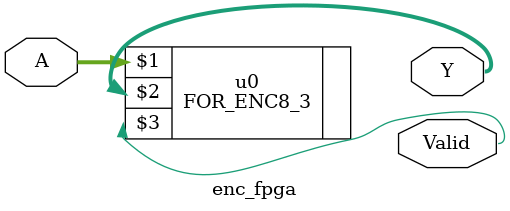
<source format=v>
`timescale 1ns / 1ps
module enc_fpga(
    input [7:0] A,
    output [2:0] Y,
    output Valid
    ); 
    // instantiation and connect the sub modules
FOR_ENC8_3 u0(A,Y, Valid);
endmodule

</source>
